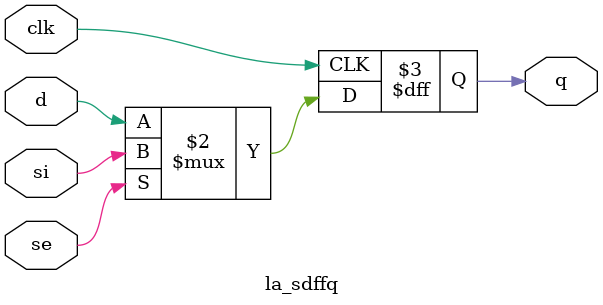
<source format=v>


module la_sdffq #(
    parameter PROP = "DEFAULT"
) (
    input      d,
    input      si,
    input      se,
    input      clk,
    output reg q
);

    always @(posedge clk) q <= se ? si : d;

endmodule

</source>
